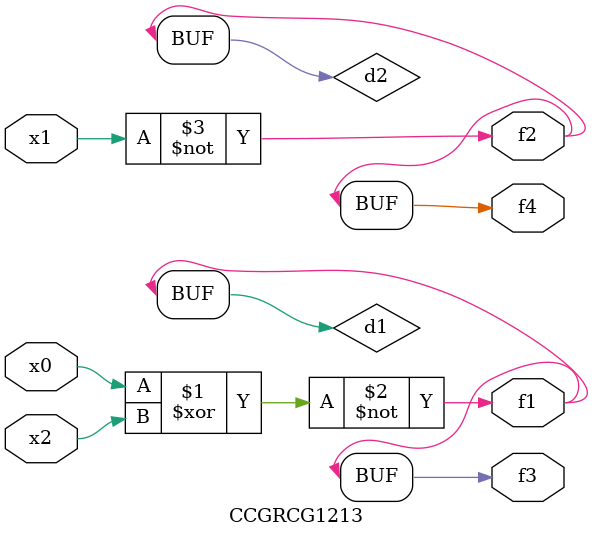
<source format=v>
module CCGRCG1213(
	input x0, x1, x2,
	output f1, f2, f3, f4
);

	wire d1, d2, d3;

	xnor (d1, x0, x2);
	nand (d2, x1);
	nor (d3, x1, x2);
	assign f1 = d1;
	assign f2 = d2;
	assign f3 = d1;
	assign f4 = d2;
endmodule

</source>
